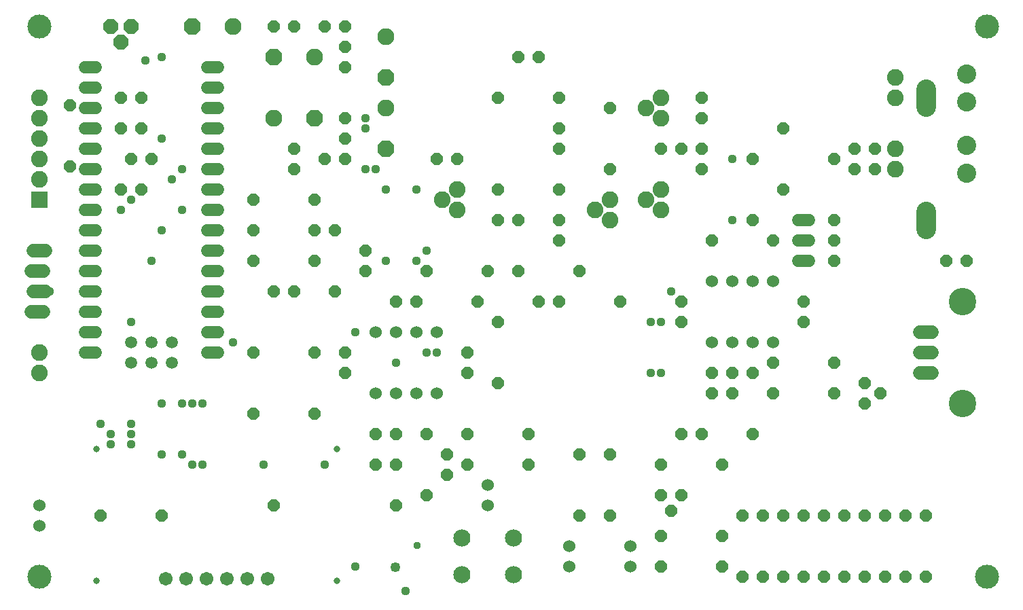
<source format=gbs>
G75*
%MOIN*%
%OFA0B0*%
%FSLAX25Y25*%
%IPPOS*%
%LPD*%
%AMOC8*
5,1,8,0,0,1.08239X$1,22.5*
%
%ADD10C,0.11800*%
%ADD11OC8,0.06000*%
%ADD12C,0.08300*%
%ADD13OC8,0.08300*%
%ADD14C,0.09650*%
%ADD15C,0.13461*%
%ADD16C,0.06000*%
%ADD17C,0.06800*%
%ADD18C,0.08200*%
%ADD19C,0.06000*%
%ADD20C,0.08400*%
%ADD21C,0.05950*%
%ADD22C,0.05950*%
%ADD23OC8,0.07400*%
%ADD24R,0.08200X0.08200*%
%ADD25C,0.09400*%
%ADD26C,0.03162*%
%ADD27C,0.06737*%
%ADD28C,0.03753*%
%ADD29C,0.04934*%
%ADD30C,0.04369*%
D10*
X0016600Y0017679D03*
X0016600Y0287679D03*
X0481600Y0287679D03*
X0481600Y0017679D03*
D11*
X0451600Y0017679D03*
X0441600Y0017679D03*
X0431600Y0017679D03*
X0421600Y0017679D03*
X0411600Y0017679D03*
X0401600Y0017679D03*
X0391600Y0017679D03*
X0381600Y0017679D03*
X0371600Y0017679D03*
X0361600Y0017679D03*
X0351600Y0022679D03*
X0351600Y0037679D03*
X0361600Y0047679D03*
X0371600Y0047679D03*
X0381600Y0047679D03*
X0391600Y0047679D03*
X0401600Y0047679D03*
X0411600Y0047679D03*
X0421600Y0047679D03*
X0431600Y0047679D03*
X0441600Y0047679D03*
X0451600Y0047679D03*
X0366600Y0087679D03*
X0351600Y0072679D03*
X0341600Y0087679D03*
X0331600Y0087679D03*
X0321600Y0072679D03*
X0321600Y0057679D03*
X0331600Y0057679D03*
X0326600Y0050179D03*
X0321600Y0037679D03*
X0321600Y0022679D03*
X0296600Y0047679D03*
X0281600Y0047679D03*
X0256600Y0072679D03*
X0256600Y0087679D03*
X0281600Y0077679D03*
X0296600Y0077679D03*
X0346600Y0107679D03*
X0356600Y0107679D03*
X0356600Y0117679D03*
X0346600Y0117679D03*
X0366600Y0117679D03*
X0376600Y0122679D03*
X0376600Y0107679D03*
X0406600Y0107679D03*
X0421600Y0112679D03*
X0429100Y0107679D03*
X0421600Y0102679D03*
X0406600Y0122679D03*
X0391600Y0142679D03*
X0391600Y0152679D03*
X0406600Y0172679D03*
X0406600Y0182679D03*
X0406600Y0192679D03*
X0381600Y0207679D03*
X0366600Y0222679D03*
X0381600Y0237679D03*
X0406600Y0222679D03*
X0416600Y0227679D03*
X0426600Y0227679D03*
X0426600Y0217679D03*
X0416600Y0217679D03*
X0366600Y0192679D03*
X0376600Y0182679D03*
X0346600Y0182679D03*
X0331600Y0152679D03*
X0331600Y0142679D03*
X0301600Y0152679D03*
X0281600Y0167679D03*
X0271600Y0182679D03*
X0271600Y0192679D03*
X0251600Y0192679D03*
X0241600Y0192679D03*
X0241600Y0207679D03*
X0221600Y0222679D03*
X0211600Y0222679D03*
X0166600Y0222679D03*
X0156600Y0222679D03*
X0166600Y0232679D03*
X0166600Y0242679D03*
X0141600Y0227679D03*
X0141600Y0217679D03*
X0151600Y0202679D03*
X0151600Y0187679D03*
X0161600Y0187679D03*
X0176600Y0177679D03*
X0176600Y0167679D03*
X0161600Y0157679D03*
X0141600Y0157679D03*
X0131600Y0157679D03*
X0121600Y0172679D03*
X0121600Y0187679D03*
X0121600Y0202679D03*
X0151600Y0172679D03*
X0191600Y0152679D03*
X0201600Y0152679D03*
X0206600Y0167679D03*
X0231600Y0152679D03*
X0241600Y0142679D03*
X0261600Y0152679D03*
X0271600Y0152679D03*
X0251600Y0167679D03*
X0236600Y0167679D03*
X0271600Y0207679D03*
X0296600Y0217679D03*
X0271600Y0227679D03*
X0271600Y0237679D03*
X0271600Y0252679D03*
X0296600Y0247679D03*
X0321600Y0227679D03*
X0331600Y0227679D03*
X0341600Y0227679D03*
X0341600Y0217679D03*
X0341600Y0242679D03*
X0341600Y0252679D03*
X0261600Y0272679D03*
X0251600Y0272679D03*
X0241600Y0252679D03*
X0166600Y0267679D03*
X0166600Y0277679D03*
X0166600Y0287679D03*
X0156600Y0287679D03*
X0141600Y0287679D03*
X0131600Y0287679D03*
X0066600Y0252679D03*
X0056600Y0252679D03*
X0031600Y0249179D03*
X0056600Y0237679D03*
X0066600Y0237679D03*
X0061600Y0222679D03*
X0071600Y0222679D03*
X0066600Y0207679D03*
X0056600Y0207679D03*
X0031600Y0219179D03*
X0121600Y0127679D03*
X0151600Y0127679D03*
X0166600Y0127679D03*
X0166600Y0117679D03*
X0151600Y0097679D03*
X0121600Y0097679D03*
X0181600Y0087679D03*
X0191600Y0087679D03*
X0206600Y0087679D03*
X0216600Y0077679D03*
X0226600Y0072679D03*
X0216600Y0067679D03*
X0206600Y0057679D03*
X0191600Y0052679D03*
X0191600Y0072679D03*
X0181600Y0072679D03*
X0226600Y0087679D03*
X0241600Y0112679D03*
X0226600Y0117679D03*
X0226600Y0127679D03*
X0131600Y0052679D03*
X0076600Y0047679D03*
X0046600Y0047679D03*
X0461600Y0172679D03*
X0471600Y0172679D03*
D12*
X0186600Y0247679D03*
X0151600Y0272679D03*
X0186600Y0282679D03*
X0131600Y0242679D03*
X0111600Y0287679D03*
D13*
X0091600Y0287679D03*
X0131600Y0272679D03*
X0151600Y0242679D03*
X0186600Y0227679D03*
X0186600Y0262679D03*
D14*
X0451600Y0257104D02*
X0451600Y0248254D01*
X0451600Y0197104D02*
X0451600Y0188254D01*
D15*
X0469600Y0152679D03*
X0469600Y0102679D03*
D16*
X0376600Y0132679D03*
X0366600Y0132679D03*
X0356600Y0132679D03*
X0346600Y0132679D03*
X0346600Y0162679D03*
X0356600Y0162679D03*
X0366600Y0162679D03*
X0376600Y0162679D03*
X0211600Y0137679D03*
X0201600Y0137679D03*
X0191600Y0137679D03*
X0181600Y0137679D03*
X0181600Y0107679D03*
X0191600Y0107679D03*
X0201600Y0107679D03*
X0211600Y0107679D03*
X0236600Y0062679D03*
X0236600Y0052679D03*
X0276600Y0032679D03*
X0276600Y0022679D03*
X0306600Y0022679D03*
X0306600Y0032679D03*
X0016600Y0042679D03*
X0016600Y0052679D03*
D17*
X0018600Y0147679D02*
X0012600Y0147679D01*
X0013600Y0157679D02*
X0019600Y0157679D01*
X0018600Y0167679D02*
X0012600Y0167679D01*
X0013600Y0177679D02*
X0019600Y0177679D01*
X0448600Y0137679D02*
X0454600Y0137679D01*
X0454600Y0127679D02*
X0448600Y0127679D01*
X0448600Y0117679D02*
X0454600Y0117679D01*
D18*
X0321600Y0197679D03*
X0314100Y0202679D03*
X0321600Y0207679D03*
X0296600Y0202679D03*
X0289100Y0197679D03*
X0296600Y0192679D03*
X0221600Y0197679D03*
X0214100Y0202679D03*
X0221600Y0207679D03*
X0314100Y0247679D03*
X0321600Y0252679D03*
X0321600Y0242679D03*
X0436600Y0252679D03*
X0436600Y0262679D03*
X0436600Y0227679D03*
X0436600Y0217679D03*
X0016600Y0222679D03*
X0016600Y0232679D03*
X0016600Y0242679D03*
X0016600Y0252679D03*
X0016600Y0212679D03*
X0016600Y0127679D03*
X0016600Y0117679D03*
D19*
X0389000Y0172679D02*
X0394200Y0172679D01*
X0394200Y0182679D02*
X0389000Y0182679D01*
X0389000Y0192679D02*
X0394200Y0192679D01*
D20*
X0249400Y0036579D03*
X0223800Y0036579D03*
X0223800Y0018779D03*
X0249400Y0018779D03*
D21*
X0104175Y0127679D02*
X0099025Y0127679D01*
X0099025Y0137679D02*
X0104175Y0137679D01*
X0104175Y0147679D02*
X0099025Y0147679D01*
X0099025Y0157679D02*
X0104175Y0157679D01*
X0104175Y0167679D02*
X0099025Y0167679D01*
X0099025Y0177679D02*
X0104175Y0177679D01*
X0104175Y0187679D02*
X0099025Y0187679D01*
X0099025Y0197679D02*
X0104175Y0197679D01*
X0104175Y0207679D02*
X0099025Y0207679D01*
X0099025Y0217679D02*
X0104175Y0217679D01*
X0104175Y0227679D02*
X0099025Y0227679D01*
X0099025Y0237679D02*
X0104175Y0237679D01*
X0104175Y0247679D02*
X0099025Y0247679D01*
X0099025Y0257679D02*
X0104175Y0257679D01*
X0104175Y0267679D02*
X0099025Y0267679D01*
X0044175Y0267679D02*
X0039025Y0267679D01*
X0039025Y0257679D02*
X0044175Y0257679D01*
X0044175Y0247679D02*
X0039025Y0247679D01*
X0039025Y0237679D02*
X0044175Y0237679D01*
X0044175Y0227679D02*
X0039025Y0227679D01*
X0039025Y0217679D02*
X0044175Y0217679D01*
X0044175Y0207679D02*
X0039025Y0207679D01*
X0039025Y0197679D02*
X0044175Y0197679D01*
X0044175Y0187679D02*
X0039025Y0187679D01*
X0039025Y0177679D02*
X0044175Y0177679D01*
X0044175Y0167679D02*
X0039025Y0167679D01*
X0039025Y0157679D02*
X0044175Y0157679D01*
X0044175Y0147679D02*
X0039025Y0147679D01*
X0039025Y0137679D02*
X0044175Y0137679D01*
X0044175Y0127679D02*
X0039025Y0127679D01*
D22*
X0061600Y0132679D03*
X0071600Y0132679D03*
X0081600Y0132679D03*
X0081600Y0122679D03*
X0071600Y0122679D03*
X0061600Y0122679D03*
D23*
X0056600Y0280179D03*
X0051600Y0287679D03*
X0061600Y0287679D03*
D24*
X0016600Y0202679D03*
D25*
X0471600Y0215592D03*
X0471600Y0229371D03*
X0471600Y0250592D03*
X0471600Y0264371D03*
D26*
X0162584Y0080513D03*
X0162584Y0015553D03*
X0044474Y0015553D03*
X0044474Y0080513D03*
D27*
X0078530Y0016553D03*
X0088530Y0016553D03*
X0098530Y0016553D03*
X0108530Y0016553D03*
X0118530Y0016553D03*
X0128530Y0016553D03*
D28*
X0201889Y0032968D03*
D29*
X0191311Y0022389D03*
D30*
X0171600Y0022679D03*
X0196100Y0010679D03*
X0156600Y0072679D03*
X0126600Y0072679D03*
X0096600Y0072679D03*
X0091600Y0072679D03*
X0086600Y0077679D03*
X0076600Y0077679D03*
X0061600Y0082679D03*
X0061600Y0087679D03*
X0061600Y0092679D03*
X0051600Y0087679D03*
X0051600Y0082679D03*
X0046600Y0092679D03*
X0076600Y0102679D03*
X0086600Y0102679D03*
X0091600Y0102679D03*
X0096600Y0102679D03*
X0111600Y0132679D03*
X0061600Y0142679D03*
X0021600Y0157679D03*
X0071600Y0172679D03*
X0076600Y0187679D03*
X0086600Y0197679D03*
X0081600Y0212679D03*
X0086600Y0217679D03*
X0076600Y0232679D03*
X0061600Y0202679D03*
X0056600Y0197679D03*
X0171600Y0137679D03*
X0191600Y0122679D03*
X0206600Y0127679D03*
X0211600Y0127679D03*
X0201600Y0172679D03*
X0206600Y0177679D03*
X0186600Y0172679D03*
X0186600Y0207679D03*
X0181600Y0217679D03*
X0176600Y0217679D03*
X0201600Y0207679D03*
X0176600Y0237679D03*
X0176600Y0242679D03*
X0076600Y0272679D03*
X0068600Y0271179D03*
X0316600Y0142679D03*
X0321600Y0142679D03*
X0326600Y0157679D03*
X0356600Y0192679D03*
X0356600Y0222679D03*
X0321600Y0117679D03*
X0316600Y0117679D03*
M02*

</source>
